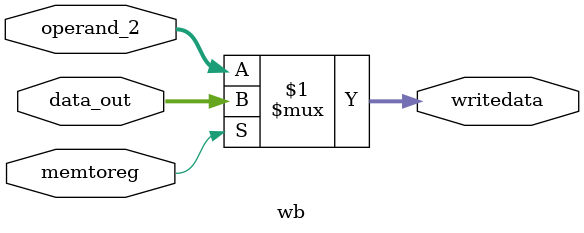
<source format=sv>
module wb (
    input logic [31:0] data_out,
    input logic [31:0] operand_2,
    input bit memtoreg,
    output logic [31:0] writedata
);

assign writedata = memtoreg ? data_out : operand_2;

endmodule

</source>
